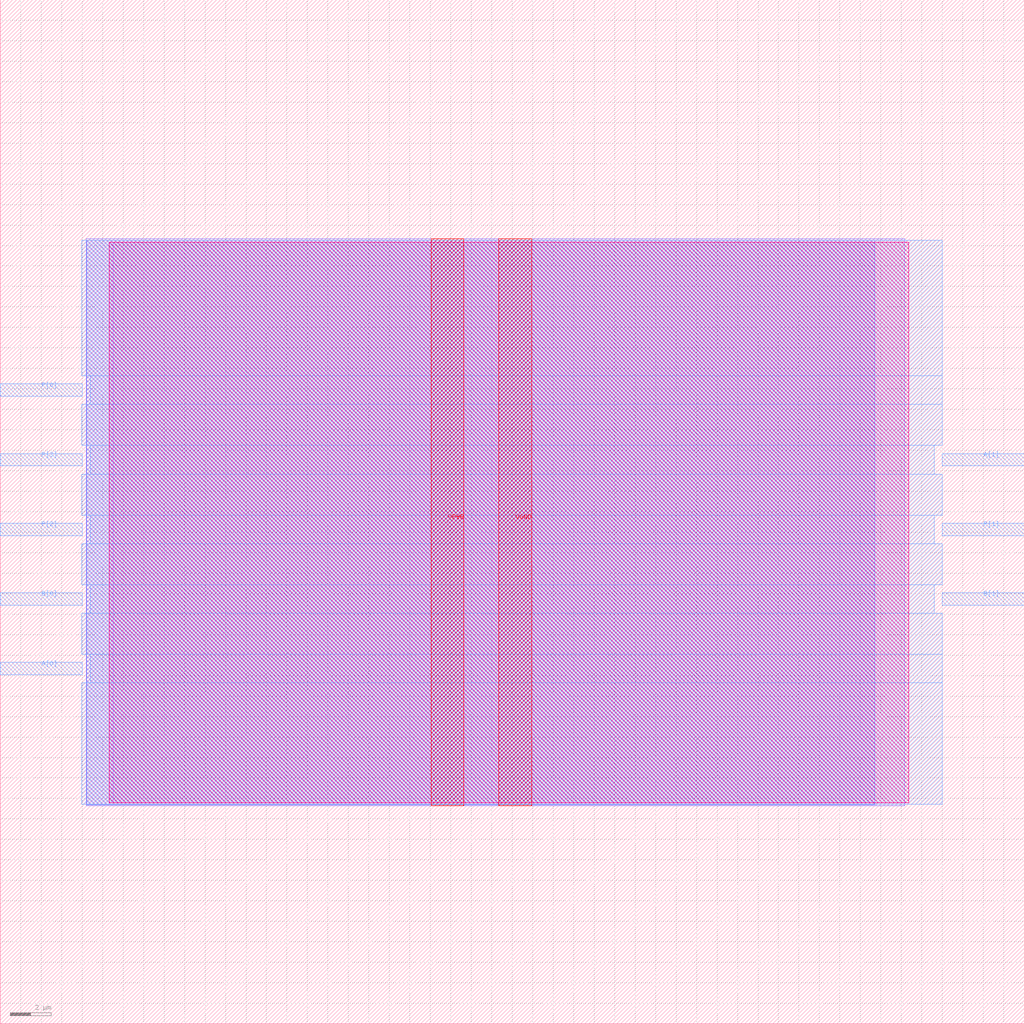
<source format=lef>
VERSION 5.7 ;
  NOWIREEXTENSIONATPIN ON ;
  DIVIDERCHAR "/" ;
  BUSBITCHARS "[]" ;
MACRO SARSA_RUIDO_VENTAJA_e5
  CLASS BLOCK ;
  FOREIGN SARSA_RUIDO_VENTAJA_e5 ;
  ORIGIN 0.000 0.000 ;
  SIZE 50.000 BY 50.000 ;
  PIN A[0]
    DIRECTION INPUT ;
    USE SIGNAL ;
    ANTENNAGATEAREA 0.196500 ;
    PORT
      LAYER met3 ;
        RECT 0.000 17.040 4.000 17.640 ;
    END
  END A[0]
  PIN A[1]
    DIRECTION INPUT ;
    USE SIGNAL ;
    ANTENNAGATEAREA 0.196500 ;
    PORT
      LAYER met3 ;
        RECT 46.000 27.240 50.000 27.840 ;
    END
  END A[1]
  PIN B[0]
    DIRECTION INPUT ;
    USE SIGNAL ;
    ANTENNAGATEAREA 0.196500 ;
    PORT
      LAYER met3 ;
        RECT 0.000 20.440 4.000 21.040 ;
    END
  END B[0]
  PIN B[1]
    DIRECTION INPUT ;
    USE SIGNAL ;
    ANTENNAGATEAREA 0.126000 ;
    PORT
      LAYER met3 ;
        RECT 46.000 20.440 50.000 21.040 ;
    END
  END B[1]
  PIN P[0]
    DIRECTION OUTPUT ;
    USE SIGNAL ;
    ANTENNADIFFAREA 0.445500 ;
    PORT
      LAYER met3 ;
        RECT 0.000 30.640 4.000 31.240 ;
    END
  END P[0]
  PIN P[1]
    DIRECTION OUTPUT ;
    USE SIGNAL ;
    ANTENNADIFFAREA 0.445500 ;
    PORT
      LAYER met3 ;
        RECT 46.000 23.840 50.000 24.440 ;
    END
  END P[1]
  PIN P[2]
    DIRECTION OUTPUT ;
    USE SIGNAL ;
    ANTENNADIFFAREA 0.445500 ;
    PORT
      LAYER met3 ;
        RECT 0.000 23.840 4.000 24.440 ;
    END
  END P[2]
  PIN P[3]
    DIRECTION OUTPUT ;
    USE SIGNAL ;
    ANTENNADIFFAREA 0.445500 ;
    PORT
      LAYER met3 ;
        RECT 0.000 27.240 4.000 27.840 ;
    END
  END P[3]
  PIN VGND
    DIRECTION INOUT ;
    USE GROUND ;
    PORT
      LAYER met4 ;
        RECT 24.340 10.640 25.940 38.320 ;
    END
  END VGND
  PIN VPWR
    DIRECTION INOUT ;
    USE POWER ;
    PORT
      LAYER met4 ;
        RECT 21.040 10.640 22.640 38.320 ;
    END
  END VPWR
  OBS
      LAYER nwell ;
        RECT 5.330 10.795 44.350 38.165 ;
      LAYER li1 ;
        RECT 5.520 10.795 44.160 38.165 ;
      LAYER met1 ;
        RECT 4.210 10.640 44.160 38.320 ;
      LAYER met2 ;
        RECT 4.230 10.695 42.690 38.265 ;
      LAYER met3 ;
        RECT 3.990 31.640 46.000 38.245 ;
        RECT 4.400 30.240 46.000 31.640 ;
        RECT 3.990 28.240 46.000 30.240 ;
        RECT 4.400 26.840 45.600 28.240 ;
        RECT 3.990 24.840 46.000 26.840 ;
        RECT 4.400 23.440 45.600 24.840 ;
        RECT 3.990 21.440 46.000 23.440 ;
        RECT 4.400 20.040 45.600 21.440 ;
        RECT 3.990 18.040 46.000 20.040 ;
        RECT 4.400 16.640 46.000 18.040 ;
        RECT 3.990 10.715 46.000 16.640 ;
  END
END SARSA_RUIDO_VENTAJA_e5
END LIBRARY


</source>
